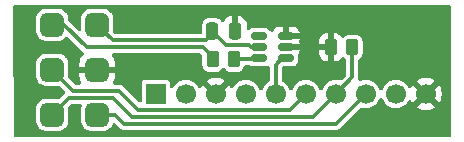
<source format=gbr>
G04 #@! TF.GenerationSoftware,KiCad,Pcbnew,9.0.2*
G04 #@! TF.CreationDate,2025-08-29T18:44:53+02:00*
G04 #@! TF.ProjectId,sio2flip,73696f32-666c-4697-902e-6b696361645f,rev?*
G04 #@! TF.SameCoordinates,Original*
G04 #@! TF.FileFunction,Copper,L1,Top*
G04 #@! TF.FilePolarity,Positive*
%FSLAX46Y46*%
G04 Gerber Fmt 4.6, Leading zero omitted, Abs format (unit mm)*
G04 Created by KiCad (PCBNEW 9.0.2) date 2025-08-29 18:44:53*
%MOMM*%
%LPD*%
G01*
G04 APERTURE LIST*
G04 Aperture macros list*
%AMRoundRect*
0 Rectangle with rounded corners*
0 $1 Rounding radius*
0 $2 $3 $4 $5 $6 $7 $8 $9 X,Y pos of 4 corners*
0 Add a 4 corners polygon primitive as box body*
4,1,4,$2,$3,$4,$5,$6,$7,$8,$9,$2,$3,0*
0 Add four circle primitives for the rounded corners*
1,1,$1+$1,$2,$3*
1,1,$1+$1,$4,$5*
1,1,$1+$1,$6,$7*
1,1,$1+$1,$8,$9*
0 Add four rect primitives between the rounded corners*
20,1,$1+$1,$2,$3,$4,$5,0*
20,1,$1+$1,$4,$5,$6,$7,0*
20,1,$1+$1,$6,$7,$8,$9,0*
20,1,$1+$1,$8,$9,$2,$3,0*%
G04 Aperture macros list end*
G04 #@! TA.AperFunction,SMDPad,CuDef*
%ADD10RoundRect,0.250000X-0.250000X-0.475000X0.250000X-0.475000X0.250000X0.475000X-0.250000X0.475000X0*%
G04 #@! TD*
G04 #@! TA.AperFunction,SMDPad,CuDef*
%ADD11RoundRect,0.500000X-0.500000X-0.500000X0.500000X-0.500000X0.500000X0.500000X-0.500000X0.500000X0*%
G04 #@! TD*
G04 #@! TA.AperFunction,SMDPad,CuDef*
%ADD12RoundRect,0.250000X0.262500X0.450000X-0.262500X0.450000X-0.262500X-0.450000X0.262500X-0.450000X0*%
G04 #@! TD*
G04 #@! TA.AperFunction,SMDPad,CuDef*
%ADD13RoundRect,0.250000X-0.262500X-0.450000X0.262500X-0.450000X0.262500X0.450000X-0.262500X0.450000X0*%
G04 #@! TD*
G04 #@! TA.AperFunction,SMDPad,CuDef*
%ADD14RoundRect,0.150000X0.512500X0.150000X-0.512500X0.150000X-0.512500X-0.150000X0.512500X-0.150000X0*%
G04 #@! TD*
G04 #@! TA.AperFunction,ComponentPad*
%ADD15R,1.700000X1.700000*%
G04 #@! TD*
G04 #@! TA.AperFunction,ComponentPad*
%ADD16C,1.700000*%
G04 #@! TD*
G04 #@! TA.AperFunction,ViaPad*
%ADD17C,0.600000*%
G04 #@! TD*
G04 #@! TA.AperFunction,Conductor*
%ADD18C,0.300000*%
G04 #@! TD*
G04 APERTURE END LIST*
D10*
X161914800Y-87630000D03*
X163814800Y-87630000D03*
D11*
X148336000Y-94742000D03*
X152146000Y-87122000D03*
X152146000Y-90932000D03*
D12*
X173759500Y-89027000D03*
X171934500Y-89027000D03*
D11*
X148336000Y-90932000D03*
X152146000Y-94742000D03*
D13*
X161925000Y-90043000D03*
X163750000Y-90043000D03*
D14*
X168142500Y-89977000D03*
X168142500Y-89027000D03*
X168142500Y-88077000D03*
X165867500Y-88077000D03*
X165867500Y-89027000D03*
X165867500Y-89977000D03*
D11*
X148336000Y-87122000D03*
D15*
X157124330Y-92978625D03*
D16*
X159664330Y-92978625D03*
X162204330Y-92978625D03*
X164744330Y-92978625D03*
X167284330Y-92978625D03*
X169824330Y-92978625D03*
X172364330Y-92978625D03*
X174904330Y-92978625D03*
X177444330Y-92978625D03*
X179984330Y-92978625D03*
D17*
X145923000Y-94869000D03*
X174752000Y-95377000D03*
X145796000Y-86360000D03*
X179705000Y-89789000D03*
X179959000Y-95377000D03*
X179832000Y-86106000D03*
X157988000Y-90170000D03*
X175006000Y-86106000D03*
X154686000Y-86106000D03*
X170434000Y-86106000D03*
X170434000Y-89027000D03*
X159639000Y-86106000D03*
X145796000Y-90932000D03*
D18*
X173759500Y-91583455D02*
X172364330Y-92978625D01*
X173759500Y-89027000D02*
X173759500Y-91583455D01*
X166954200Y-85979000D02*
X168142500Y-87167300D01*
X168142500Y-87167300D02*
X168142500Y-88077000D01*
X168142500Y-88077000D02*
X168142500Y-87889500D01*
X164211000Y-85979000D02*
X166954200Y-85979000D01*
X163814800Y-87630000D02*
X163814800Y-86375200D01*
X163814800Y-86375200D02*
X164211000Y-85979000D01*
X170434000Y-89027000D02*
X168142500Y-89027000D01*
X152146000Y-90932000D02*
X160147000Y-90932000D01*
X160147000Y-90932000D02*
X162193625Y-92978625D01*
X171934500Y-89027000D02*
X170434000Y-89027000D01*
X165205001Y-89027000D02*
X165867500Y-89027000D01*
X152433000Y-86835000D02*
X152146000Y-87122000D01*
X161914800Y-87630000D02*
X163090800Y-88806000D01*
X153451000Y-88427000D02*
X161356600Y-88427000D01*
X164984001Y-88806000D02*
X165205001Y-89027000D01*
X152146000Y-87122000D02*
X153451000Y-88427000D01*
X163090800Y-88806000D02*
X164984001Y-88806000D01*
X161914800Y-87868800D02*
X161914800Y-87630000D01*
X161356600Y-88427000D02*
X161914800Y-87868800D01*
X163750000Y-90043000D02*
X165801500Y-90043000D01*
X165801500Y-90043000D02*
X165867500Y-89977000D01*
X172378955Y-95504000D02*
X174904330Y-92978625D01*
X153649662Y-94742000D02*
X154411662Y-95504000D01*
X152146000Y-94742000D02*
X153649662Y-94742000D01*
X154411662Y-95504000D02*
X172378955Y-95504000D01*
X167833000Y-89977000D02*
X167284330Y-90525670D01*
X167284330Y-90525670D02*
X167284330Y-92978625D01*
X168142500Y-89977000D02*
X167833000Y-89977000D01*
X170438955Y-94904000D02*
X155102000Y-94904000D01*
X149787000Y-93291000D02*
X148336000Y-94742000D01*
X153489000Y-93291000D02*
X149787000Y-93291000D01*
X155102000Y-94904000D02*
X153489000Y-93291000D01*
X172364330Y-92978625D02*
X170438955Y-94904000D01*
X169824330Y-92978625D02*
X168498955Y-94304000D01*
X168498955Y-94304000D02*
X155616644Y-94304000D01*
X154003644Y-92691000D02*
X150095000Y-92691000D01*
X150095000Y-92691000D02*
X148336000Y-90932000D01*
X155616644Y-94304000D02*
X154003644Y-92691000D01*
X161925000Y-90043000D02*
X161925000Y-89839800D01*
X151256800Y-89042800D02*
X149336000Y-87122000D01*
X161128000Y-89042800D02*
X151256800Y-89042800D01*
X161925000Y-89839800D02*
X161128000Y-89042800D01*
X149336000Y-87122000D02*
X148336000Y-87122000D01*
G04 #@! TA.AperFunction,Conductor*
G36*
X182025000Y-85436053D02*
G01*
X182079538Y-85490591D01*
X182099500Y-85565091D01*
X182099500Y-96459842D01*
X182079538Y-96534342D01*
X182025000Y-96588880D01*
X181950500Y-96608842D01*
X145253749Y-96608842D01*
X145179249Y-96588880D01*
X145124711Y-96534342D01*
X145104755Y-96461149D01*
X145104744Y-96459842D01*
X145017798Y-86548046D01*
X146985500Y-86548046D01*
X146985500Y-87695954D01*
X146986585Y-87711966D01*
X146988316Y-87737493D01*
X147032963Y-87917021D01*
X147115156Y-88082751D01*
X147115158Y-88082753D01*
X147231060Y-88226940D01*
X147351601Y-88323835D01*
X147375248Y-88342843D01*
X147458113Y-88383939D01*
X147540979Y-88425037D01*
X147720505Y-88469683D01*
X147762046Y-88472500D01*
X147762054Y-88472500D01*
X148909946Y-88472500D01*
X148909954Y-88472500D01*
X148951495Y-88469683D01*
X149131021Y-88425037D01*
X149296753Y-88342842D01*
X149440940Y-88226940D01*
X149467093Y-88194404D01*
X149529325Y-88148846D01*
X149606001Y-88140507D01*
X149676574Y-88171623D01*
X149688583Y-88182397D01*
X150856300Y-89350114D01*
X150856299Y-89350114D01*
X150925517Y-89419331D01*
X150949486Y-89443300D01*
X150949487Y-89443301D01*
X150949489Y-89443302D01*
X150953641Y-89445699D01*
X150957034Y-89449092D01*
X150957240Y-89449250D01*
X150957219Y-89449277D01*
X151008180Y-89500236D01*
X151028143Y-89574736D01*
X151008182Y-89649236D01*
X150973305Y-89690213D01*
X150935249Y-89721244D01*
X150935247Y-89721246D01*
X150806721Y-89878870D01*
X150712558Y-90059135D01*
X150656610Y-90254666D01*
X150646000Y-90374001D01*
X150646000Y-90682000D01*
X153646000Y-90682000D01*
X153646000Y-90374001D01*
X153635389Y-90254666D01*
X153579441Y-90059135D01*
X153485278Y-89878870D01*
X153409927Y-89786460D01*
X153378318Y-89716106D01*
X153386121Y-89639374D01*
X153431244Y-89576823D01*
X153501598Y-89545214D01*
X153525404Y-89543300D01*
X160858968Y-89543300D01*
X160877916Y-89548377D01*
X160897531Y-89548377D01*
X160914518Y-89558184D01*
X160933468Y-89563262D01*
X160964326Y-89586940D01*
X161018358Y-89640971D01*
X161056923Y-89707766D01*
X161062000Y-89746331D01*
X161062000Y-90532356D01*
X161069213Y-90587144D01*
X161077456Y-90649762D01*
X161093850Y-90689341D01*
X161137963Y-90795840D01*
X161137964Y-90795841D01*
X161234218Y-90921282D01*
X161359659Y-91017536D01*
X161505738Y-91078044D01*
X161505741Y-91078044D01*
X161505743Y-91078045D01*
X161505740Y-91078045D01*
X161570197Y-91086530D01*
X161623139Y-91093500D01*
X162226860Y-91093499D01*
X162344262Y-91078044D01*
X162490341Y-91017536D01*
X162615782Y-90921282D01*
X162712036Y-90795841D01*
X162712036Y-90795840D01*
X162717981Y-90788093D01*
X162720483Y-90790013D01*
X162762982Y-90747503D01*
X162837479Y-90727530D01*
X162911982Y-90747482D01*
X162954521Y-90790009D01*
X162957019Y-90788093D01*
X162962963Y-90795840D01*
X162962964Y-90795841D01*
X163059218Y-90921282D01*
X163184659Y-91017536D01*
X163330738Y-91078044D01*
X163330741Y-91078044D01*
X163330743Y-91078045D01*
X163330740Y-91078045D01*
X163395197Y-91086530D01*
X163448139Y-91093500D01*
X164051860Y-91093499D01*
X164169262Y-91078044D01*
X164315341Y-91017536D01*
X164440782Y-90921282D01*
X164537036Y-90795841D01*
X164597544Y-90649762D01*
X164597544Y-90649760D01*
X164601281Y-90640739D01*
X164603511Y-90641662D01*
X164606232Y-90636950D01*
X164611310Y-90618000D01*
X164625179Y-90604130D01*
X164634986Y-90587144D01*
X164651975Y-90577334D01*
X164665848Y-90563462D01*
X164684794Y-90558385D01*
X164701780Y-90548578D01*
X164740348Y-90543500D01*
X165026614Y-90543500D01*
X165101114Y-90563462D01*
X165110136Y-90569413D01*
X165112666Y-90570793D01*
X165112669Y-90570796D01*
X165218486Y-90610263D01*
X165247517Y-90621091D01*
X165307114Y-90627499D01*
X165307118Y-90627499D01*
X165307127Y-90627500D01*
X166427872Y-90627499D01*
X166487483Y-90621091D01*
X166582763Y-90585553D01*
X166659539Y-90578223D01*
X166729697Y-90610263D01*
X166774436Y-90673090D01*
X166783830Y-90725160D01*
X166783830Y-91794981D01*
X166763868Y-91869481D01*
X166709330Y-91924019D01*
X166702477Y-91927740D01*
X166655130Y-91951865D01*
X166655129Y-91951866D01*
X166502266Y-92062928D01*
X166502255Y-92062937D01*
X166368642Y-92196550D01*
X166368633Y-92196561D01*
X166257571Y-92349424D01*
X166257568Y-92349429D01*
X166171788Y-92517782D01*
X166171785Y-92517788D01*
X166171783Y-92517793D01*
X166158026Y-92560134D01*
X166156037Y-92566254D01*
X166114030Y-92630939D01*
X166045308Y-92665954D01*
X165968286Y-92661917D01*
X165903601Y-92619910D01*
X165872623Y-92566254D01*
X165856877Y-92517793D01*
X165771090Y-92349426D01*
X165660020Y-92196552D01*
X165526403Y-92062935D01*
X165373529Y-91951865D01*
X165253623Y-91890770D01*
X165205172Y-91866083D01*
X165205171Y-91866082D01*
X165205162Y-91866078D01*
X165025448Y-91807685D01*
X164838811Y-91778125D01*
X164649849Y-91778125D01*
X164463212Y-91807685D01*
X164291882Y-91863354D01*
X164283498Y-91866078D01*
X164283493Y-91866080D01*
X164283487Y-91866083D01*
X164115134Y-91951863D01*
X164115129Y-91951866D01*
X163962266Y-92062928D01*
X163962255Y-92062937D01*
X163828642Y-92196550D01*
X163828633Y-92196561D01*
X163717571Y-92349424D01*
X163717570Y-92349425D01*
X163690982Y-92401606D01*
X163639372Y-92458922D01*
X163566018Y-92482755D01*
X163490576Y-92466718D01*
X163433260Y-92415108D01*
X163425463Y-92401604D01*
X163358951Y-92271069D01*
X163319600Y-92216907D01*
X162687292Y-92849214D01*
X162670255Y-92785632D01*
X162604429Y-92671618D01*
X162511337Y-92578526D01*
X162397323Y-92512700D01*
X162333737Y-92495662D01*
X162966046Y-91863354D01*
X162966046Y-91863353D01*
X162911885Y-91824003D01*
X162911885Y-91824002D01*
X162722550Y-91727531D01*
X162520458Y-91661867D01*
X162310572Y-91628625D01*
X162098088Y-91628625D01*
X161888201Y-91661867D01*
X161686109Y-91727531D01*
X161496774Y-91824003D01*
X161442612Y-91863353D01*
X161442612Y-91863354D01*
X162074920Y-92495662D01*
X162011337Y-92512700D01*
X161897323Y-92578526D01*
X161804231Y-92671618D01*
X161738405Y-92785632D01*
X161721367Y-92849215D01*
X161089059Y-92216907D01*
X161089058Y-92216907D01*
X161049706Y-92271071D01*
X160983195Y-92401605D01*
X160931586Y-92458922D01*
X160858233Y-92482755D01*
X160782790Y-92466718D01*
X160725473Y-92415109D01*
X160717676Y-92401604D01*
X160716019Y-92398352D01*
X160691090Y-92349426D01*
X160580020Y-92196552D01*
X160446403Y-92062935D01*
X160397260Y-92027230D01*
X160293531Y-91951866D01*
X160293525Y-91951863D01*
X160125172Y-91866083D01*
X160125171Y-91866082D01*
X160125162Y-91866078D01*
X159945448Y-91807685D01*
X159758811Y-91778125D01*
X159569849Y-91778125D01*
X159383212Y-91807685D01*
X159211882Y-91863354D01*
X159203498Y-91866078D01*
X159203493Y-91866080D01*
X159203487Y-91866083D01*
X159035134Y-91951863D01*
X159035129Y-91951866D01*
X158882266Y-92062928D01*
X158882255Y-92062937D01*
X158748642Y-92196550D01*
X158748633Y-92196561D01*
X158637571Y-92349424D01*
X158606590Y-92410228D01*
X158554981Y-92467545D01*
X158481628Y-92491379D01*
X158406185Y-92475343D01*
X158348868Y-92423734D01*
X158325034Y-92350381D01*
X158324830Y-92342583D01*
X158324830Y-92095366D01*
X158324829Y-92095356D01*
X158314903Y-92027231D01*
X158314903Y-92027230D01*
X158263529Y-91922143D01*
X158180811Y-91839425D01*
X158075724Y-91788051D01*
X158007598Y-91778125D01*
X158007590Y-91778125D01*
X156241070Y-91778125D01*
X156241061Y-91778125D01*
X156172936Y-91788051D01*
X156172935Y-91788051D01*
X156067848Y-91839425D01*
X155985130Y-91922143D01*
X155933756Y-92027230D01*
X155933756Y-92027231D01*
X155923830Y-92095356D01*
X155923830Y-93543654D01*
X155903868Y-93618154D01*
X155849330Y-93672692D01*
X155774830Y-93692654D01*
X155700330Y-93672692D01*
X155669471Y-93649013D01*
X154999082Y-92978624D01*
X154310958Y-92290500D01*
X154310955Y-92290498D01*
X154310954Y-92290497D01*
X154240158Y-92249623D01*
X154196830Y-92224608D01*
X154069536Y-92190500D01*
X153623936Y-92190500D01*
X153549436Y-92170538D01*
X153494898Y-92116000D01*
X153474936Y-92041500D01*
X153491868Y-91972513D01*
X153579441Y-91804861D01*
X153635389Y-91609333D01*
X153646000Y-91489998D01*
X153646000Y-91182000D01*
X150646000Y-91182000D01*
X150646000Y-91489998D01*
X150656610Y-91609333D01*
X150712558Y-91804861D01*
X150800132Y-91972513D01*
X150816931Y-92047790D01*
X150793842Y-92121381D01*
X150737051Y-92173568D01*
X150668064Y-92190500D01*
X150364032Y-92190500D01*
X150289532Y-92170538D01*
X150258673Y-92146859D01*
X149729993Y-91618179D01*
X149691429Y-91551384D01*
X149686521Y-91508476D01*
X149686500Y-91508476D01*
X149686500Y-91508289D01*
X149686438Y-91507747D01*
X149686498Y-91505981D01*
X149686500Y-91505954D01*
X149686500Y-90358046D01*
X149683683Y-90316505D01*
X149639037Y-90136979D01*
X149571864Y-90001536D01*
X149556843Y-89971248D01*
X149503816Y-89905281D01*
X149440940Y-89827060D01*
X149309303Y-89721246D01*
X149296751Y-89711156D01*
X149131021Y-89628963D01*
X148951493Y-89584316D01*
X148925966Y-89582585D01*
X148909954Y-89581500D01*
X147762046Y-89581500D01*
X147746769Y-89582535D01*
X147720506Y-89584316D01*
X147540978Y-89628963D01*
X147375248Y-89711156D01*
X147231060Y-89827060D01*
X147115156Y-89971248D01*
X147032963Y-90136978D01*
X146988316Y-90316506D01*
X146986450Y-90344034D01*
X146985500Y-90358046D01*
X146985500Y-91505954D01*
X146985671Y-91508476D01*
X146988316Y-91547493D01*
X147032963Y-91727021D01*
X147115156Y-91892751D01*
X147143282Y-91927740D01*
X147231060Y-92036940D01*
X147329414Y-92116000D01*
X147375248Y-92152843D01*
X147417037Y-92173568D01*
X147540979Y-92235037D01*
X147720505Y-92279683D01*
X147762046Y-92282500D01*
X147762054Y-92282500D01*
X148909927Y-92282500D01*
X148909954Y-92282500D01*
X148909981Y-92282498D01*
X148911747Y-92282438D01*
X148912015Y-92282500D01*
X148912476Y-92282500D01*
X148912476Y-92282606D01*
X148986883Y-92299852D01*
X149022179Y-92325993D01*
X149427827Y-92731641D01*
X149466391Y-92798436D01*
X149466391Y-92875564D01*
X149427827Y-92942359D01*
X149022178Y-93348006D01*
X148955383Y-93386570D01*
X148912476Y-93391482D01*
X148912476Y-93391500D01*
X148912321Y-93391500D01*
X148911779Y-93391562D01*
X148909960Y-93391500D01*
X148909954Y-93391500D01*
X147762046Y-93391500D01*
X147746769Y-93392535D01*
X147720506Y-93394316D01*
X147540978Y-93438963D01*
X147375248Y-93521156D01*
X147231060Y-93637060D01*
X147115156Y-93781248D01*
X147032963Y-93946978D01*
X146988316Y-94126506D01*
X146986753Y-94149564D01*
X146985500Y-94168046D01*
X146985500Y-95315954D01*
X146986585Y-95331966D01*
X146988316Y-95357493D01*
X147032963Y-95537021D01*
X147115156Y-95702751D01*
X147115158Y-95702753D01*
X147231060Y-95846940D01*
X147302670Y-95904502D01*
X147375248Y-95962843D01*
X147458113Y-96003939D01*
X147540979Y-96045037D01*
X147720505Y-96089683D01*
X147762046Y-96092500D01*
X147762054Y-96092500D01*
X148909946Y-96092500D01*
X148909954Y-96092500D01*
X148951495Y-96089683D01*
X149131021Y-96045037D01*
X149296753Y-95962842D01*
X149440940Y-95846940D01*
X149556842Y-95702753D01*
X149639037Y-95537021D01*
X149683683Y-95357495D01*
X149686500Y-95315954D01*
X149686500Y-94168046D01*
X149686498Y-94168022D01*
X149686438Y-94166249D01*
X149686500Y-94165981D01*
X149686500Y-94165524D01*
X149686606Y-94165524D01*
X149703853Y-94091113D01*
X149729994Y-94055819D01*
X149950674Y-93835141D01*
X150017469Y-93796577D01*
X150056032Y-93791500D01*
X150691036Y-93791500D01*
X150765536Y-93811462D01*
X150820074Y-93866000D01*
X150840036Y-93940500D01*
X150835632Y-93976459D01*
X150798316Y-94126506D01*
X150796753Y-94149564D01*
X150795500Y-94168046D01*
X150795500Y-95315954D01*
X150796585Y-95331966D01*
X150798316Y-95357493D01*
X150842963Y-95537021D01*
X150925156Y-95702751D01*
X150925158Y-95702753D01*
X151041060Y-95846940D01*
X151112670Y-95904502D01*
X151185248Y-95962843D01*
X151268113Y-96003939D01*
X151350979Y-96045037D01*
X151530505Y-96089683D01*
X151572046Y-96092500D01*
X151572054Y-96092500D01*
X152719946Y-96092500D01*
X152719954Y-96092500D01*
X152761495Y-96089683D01*
X152941021Y-96045037D01*
X153106753Y-95962842D01*
X153250940Y-95846940D01*
X153366842Y-95702753D01*
X153366842Y-95702751D01*
X153366844Y-95702750D01*
X153452296Y-95530450D01*
X153503280Y-95472576D01*
X153576370Y-95447948D01*
X153651982Y-95463166D01*
X153691140Y-95491292D01*
X154011162Y-95811314D01*
X154011161Y-95811314D01*
X154104345Y-95904497D01*
X154104348Y-95904500D01*
X154218476Y-95970392D01*
X154345770Y-96004500D01*
X172444847Y-96004500D01*
X172572141Y-95970392D01*
X172686269Y-95904500D01*
X174421276Y-94169491D01*
X174488069Y-94130929D01*
X174565197Y-94130929D01*
X174572677Y-94133145D01*
X174623212Y-94149565D01*
X174809849Y-94179125D01*
X174809854Y-94179125D01*
X174998806Y-94179125D01*
X174998811Y-94179125D01*
X175185448Y-94149565D01*
X175365162Y-94091172D01*
X175533529Y-94005385D01*
X175686403Y-93894315D01*
X175820020Y-93760698D01*
X175931090Y-93607824D01*
X176016877Y-93439457D01*
X176032623Y-93390995D01*
X176074629Y-93326311D01*
X176143351Y-93291295D01*
X176220373Y-93295332D01*
X176285058Y-93337338D01*
X176316037Y-93390996D01*
X176331779Y-93439447D01*
X176331781Y-93439453D01*
X176331783Y-93439457D01*
X176417570Y-93607824D01*
X176528640Y-93760698D01*
X176662257Y-93894315D01*
X176815131Y-94005385D01*
X176983498Y-94091172D01*
X177163212Y-94149565D01*
X177349849Y-94179125D01*
X177349854Y-94179125D01*
X177538806Y-94179125D01*
X177538811Y-94179125D01*
X177725448Y-94149565D01*
X177905162Y-94091172D01*
X178073529Y-94005385D01*
X178226403Y-93894315D01*
X178360020Y-93760698D01*
X178471090Y-93607824D01*
X178497676Y-93555646D01*
X178549284Y-93498328D01*
X178622638Y-93474494D01*
X178698080Y-93490530D01*
X178755398Y-93542138D01*
X178763196Y-93555645D01*
X178829708Y-93686180D01*
X178869058Y-93740341D01*
X178869059Y-93740341D01*
X179501367Y-93108033D01*
X179518405Y-93171618D01*
X179584231Y-93285632D01*
X179677323Y-93378724D01*
X179791337Y-93444550D01*
X179854920Y-93461587D01*
X179222612Y-94093895D01*
X179276774Y-94133246D01*
X179276774Y-94133247D01*
X179466109Y-94229718D01*
X179668201Y-94295382D01*
X179878088Y-94328625D01*
X180090572Y-94328625D01*
X180300458Y-94295382D01*
X180502550Y-94229718D01*
X180691885Y-94133247D01*
X180691887Y-94133245D01*
X180746046Y-94093895D01*
X180746046Y-94093894D01*
X180113739Y-93461587D01*
X180177323Y-93444550D01*
X180291337Y-93378724D01*
X180384429Y-93285632D01*
X180450255Y-93171618D01*
X180467292Y-93108034D01*
X181099599Y-93740341D01*
X181099600Y-93740341D01*
X181138950Y-93686182D01*
X181138952Y-93686180D01*
X181235423Y-93496845D01*
X181301087Y-93294753D01*
X181334330Y-93084867D01*
X181334330Y-92872382D01*
X181301087Y-92662496D01*
X181235423Y-92460404D01*
X181138951Y-92271069D01*
X181099600Y-92216907D01*
X180467292Y-92849214D01*
X180450255Y-92785632D01*
X180384429Y-92671618D01*
X180291337Y-92578526D01*
X180177323Y-92512700D01*
X180113737Y-92495662D01*
X180746046Y-91863354D01*
X180746046Y-91863353D01*
X180691885Y-91824003D01*
X180691885Y-91824002D01*
X180502550Y-91727531D01*
X180300458Y-91661867D01*
X180090572Y-91628625D01*
X179878088Y-91628625D01*
X179668201Y-91661867D01*
X179466109Y-91727531D01*
X179276774Y-91824003D01*
X179222612Y-91863353D01*
X179222612Y-91863354D01*
X179854920Y-92495662D01*
X179791337Y-92512700D01*
X179677323Y-92578526D01*
X179584231Y-92671618D01*
X179518405Y-92785632D01*
X179501367Y-92849215D01*
X178869059Y-92216907D01*
X178869058Y-92216907D01*
X178829706Y-92271071D01*
X178763195Y-92401605D01*
X178711586Y-92458922D01*
X178638233Y-92482755D01*
X178562790Y-92466718D01*
X178505473Y-92415109D01*
X178497676Y-92401604D01*
X178496019Y-92398352D01*
X178471090Y-92349426D01*
X178360020Y-92196552D01*
X178226403Y-92062935D01*
X178177260Y-92027230D01*
X178073531Y-91951866D01*
X178073525Y-91951863D01*
X177905172Y-91866083D01*
X177905171Y-91866082D01*
X177905162Y-91866078D01*
X177725448Y-91807685D01*
X177538811Y-91778125D01*
X177349849Y-91778125D01*
X177163212Y-91807685D01*
X176991882Y-91863354D01*
X176983498Y-91866078D01*
X176983493Y-91866080D01*
X176983487Y-91866083D01*
X176815134Y-91951863D01*
X176815129Y-91951866D01*
X176662266Y-92062928D01*
X176662255Y-92062937D01*
X176528642Y-92196550D01*
X176528633Y-92196561D01*
X176417571Y-92349424D01*
X176417568Y-92349429D01*
X176331788Y-92517782D01*
X176331785Y-92517788D01*
X176331783Y-92517793D01*
X176318026Y-92560134D01*
X176316037Y-92566254D01*
X176274030Y-92630939D01*
X176205308Y-92665954D01*
X176128286Y-92661917D01*
X176063601Y-92619910D01*
X176032623Y-92566254D01*
X176016877Y-92517793D01*
X175931090Y-92349426D01*
X175820020Y-92196552D01*
X175686403Y-92062935D01*
X175533529Y-91951865D01*
X175413623Y-91890770D01*
X175365172Y-91866083D01*
X175365171Y-91866082D01*
X175365162Y-91866078D01*
X175185448Y-91807685D01*
X174998811Y-91778125D01*
X174809849Y-91778125D01*
X174654318Y-91802758D01*
X174623211Y-91807685D01*
X174623209Y-91807685D01*
X174439882Y-91867252D01*
X174362860Y-91871289D01*
X174294138Y-91836273D01*
X174252132Y-91771588D01*
X174248095Y-91694566D01*
X174249917Y-91686979D01*
X174259999Y-91649353D01*
X174260000Y-91649347D01*
X174260000Y-90124768D01*
X174279962Y-90050268D01*
X174318295Y-90006558D01*
X174324838Y-90001537D01*
X174324841Y-90001536D01*
X174450282Y-89905282D01*
X174546536Y-89779841D01*
X174607044Y-89633762D01*
X174607580Y-89629696D01*
X174622499Y-89516366D01*
X174622500Y-89516361D01*
X174622499Y-88537640D01*
X174607044Y-88420238D01*
X174546536Y-88274159D01*
X174450282Y-88148718D01*
X174336353Y-88061297D01*
X174324840Y-88052463D01*
X174204217Y-88002500D01*
X174178762Y-87991956D01*
X174178760Y-87991955D01*
X174178756Y-87991954D01*
X174178759Y-87991954D01*
X174061363Y-87976500D01*
X173457643Y-87976500D01*
X173340238Y-87991956D01*
X173194159Y-88052463D01*
X173068718Y-88148717D01*
X173068717Y-88148718D01*
X173059087Y-88161268D01*
X172997895Y-88208218D01*
X172921426Y-88218281D01*
X172850170Y-88188763D01*
X172814063Y-88148777D01*
X172789318Y-88108658D01*
X172665340Y-87984680D01*
X172516121Y-87892642D01*
X172349697Y-87837494D01*
X172349688Y-87837492D01*
X172246989Y-87827000D01*
X172184500Y-87827000D01*
X172184500Y-90226999D01*
X172246974Y-90226999D01*
X172349696Y-90216505D01*
X172516121Y-90161357D01*
X172665340Y-90069319D01*
X172789319Y-89945340D01*
X172789322Y-89945336D01*
X172814063Y-89905224D01*
X172870162Y-89852294D01*
X172945211Y-89834505D01*
X173019099Y-89856624D01*
X173036425Y-89869108D01*
X173049067Y-89879672D01*
X173068718Y-89905282D01*
X173194159Y-90001536D01*
X173195620Y-90002141D01*
X173205544Y-90010434D01*
X173225998Y-90039520D01*
X173247658Y-90067747D01*
X173248371Y-90071335D01*
X173249911Y-90073524D01*
X173250814Y-90083615D01*
X173259000Y-90124768D01*
X173259000Y-91314422D01*
X173239038Y-91388922D01*
X173215359Y-91419781D01*
X172847383Y-91787756D01*
X172780588Y-91826320D01*
X172703460Y-91826320D01*
X172695980Y-91824104D01*
X172695666Y-91824002D01*
X172645448Y-91807685D01*
X172458811Y-91778125D01*
X172269849Y-91778125D01*
X172083212Y-91807685D01*
X171911882Y-91863354D01*
X171903498Y-91866078D01*
X171903493Y-91866080D01*
X171903487Y-91866083D01*
X171735134Y-91951863D01*
X171735129Y-91951866D01*
X171582266Y-92062928D01*
X171582255Y-92062937D01*
X171448642Y-92196550D01*
X171448633Y-92196561D01*
X171337571Y-92349424D01*
X171337568Y-92349429D01*
X171251788Y-92517782D01*
X171251785Y-92517788D01*
X171251783Y-92517793D01*
X171238026Y-92560134D01*
X171236037Y-92566254D01*
X171194030Y-92630939D01*
X171125308Y-92665954D01*
X171048286Y-92661917D01*
X170983601Y-92619910D01*
X170952623Y-92566254D01*
X170936877Y-92517793D01*
X170851090Y-92349426D01*
X170740020Y-92196552D01*
X170606403Y-92062935D01*
X170453529Y-91951865D01*
X170333623Y-91890770D01*
X170285172Y-91866083D01*
X170285171Y-91866082D01*
X170285162Y-91866078D01*
X170105448Y-91807685D01*
X169918811Y-91778125D01*
X169729849Y-91778125D01*
X169543212Y-91807685D01*
X169371882Y-91863354D01*
X169363498Y-91866078D01*
X169363493Y-91866080D01*
X169363487Y-91866083D01*
X169195134Y-91951863D01*
X169195129Y-91951866D01*
X169042266Y-92062928D01*
X169042255Y-92062937D01*
X168908642Y-92196550D01*
X168908633Y-92196561D01*
X168797571Y-92349424D01*
X168797568Y-92349429D01*
X168711788Y-92517782D01*
X168711785Y-92517788D01*
X168711783Y-92517793D01*
X168698026Y-92560134D01*
X168696037Y-92566254D01*
X168654030Y-92630939D01*
X168585308Y-92665954D01*
X168508286Y-92661917D01*
X168443601Y-92619910D01*
X168412623Y-92566254D01*
X168396877Y-92517793D01*
X168311090Y-92349426D01*
X168200020Y-92196552D01*
X168066403Y-92062935D01*
X167913529Y-91951865D01*
X167913525Y-91951863D01*
X167866183Y-91927740D01*
X167808866Y-91876130D01*
X167785034Y-91802776D01*
X167784830Y-91794981D01*
X167784830Y-90794700D01*
X167789907Y-90775752D01*
X167789907Y-90756136D01*
X167799714Y-90739148D01*
X167804792Y-90720200D01*
X167828465Y-90689347D01*
X167846675Y-90671138D01*
X167913467Y-90632576D01*
X167952031Y-90627499D01*
X168702864Y-90627499D01*
X168702872Y-90627499D01*
X168762483Y-90621091D01*
X168879802Y-90577334D01*
X168897329Y-90570797D01*
X168897333Y-90570795D01*
X168954938Y-90527671D01*
X169012546Y-90484546D01*
X169098796Y-90369331D01*
X169103003Y-90358053D01*
X169149091Y-90234482D01*
X169155499Y-90174885D01*
X169155499Y-90174882D01*
X169155500Y-90174873D01*
X169155499Y-89779128D01*
X169149091Y-89719517D01*
X169149088Y-89719510D01*
X169146947Y-89710445D01*
X169149048Y-89709948D01*
X169142929Y-89645881D01*
X169168701Y-89587093D01*
X169167910Y-89586625D01*
X169171764Y-89580108D01*
X169172135Y-89579262D01*
X169172679Y-89578559D01*
X169203187Y-89526973D01*
X170922001Y-89526973D01*
X170932494Y-89629696D01*
X170987642Y-89796121D01*
X171079680Y-89945340D01*
X171203659Y-90069319D01*
X171352878Y-90161357D01*
X171519302Y-90216505D01*
X171519311Y-90216507D01*
X171622016Y-90226999D01*
X171684500Y-90226998D01*
X171684500Y-89277000D01*
X170922001Y-89277000D01*
X170922001Y-89526973D01*
X169203187Y-89526973D01*
X169256281Y-89437197D01*
X169256281Y-89437196D01*
X169302100Y-89279488D01*
X169302296Y-89277000D01*
X168291500Y-89277000D01*
X168217000Y-89257038D01*
X168162462Y-89202500D01*
X168142500Y-89128000D01*
X168142500Y-88926000D01*
X168162462Y-88851500D01*
X168217000Y-88796962D01*
X168291500Y-88777000D01*
X169302296Y-88777000D01*
X169302296Y-88776999D01*
X169302100Y-88774511D01*
X169256280Y-88616799D01*
X169253847Y-88611176D01*
X169251309Y-88593994D01*
X169243927Y-88578275D01*
X169246154Y-88559086D01*
X169242579Y-88534875D01*
X169244427Y-88527010D01*
X170922000Y-88527010D01*
X170922000Y-88777000D01*
X171684500Y-88777000D01*
X171684500Y-87827000D01*
X171684499Y-87826999D01*
X171622026Y-87827000D01*
X171519303Y-87837494D01*
X171352878Y-87892642D01*
X171203659Y-87984680D01*
X171079680Y-88108659D01*
X170987642Y-88257878D01*
X170932494Y-88424302D01*
X170932492Y-88424311D01*
X170922000Y-88527010D01*
X169244427Y-88527010D01*
X169250439Y-88501423D01*
X169259210Y-88477117D01*
X169302100Y-88329488D01*
X169302296Y-88327000D01*
X168291500Y-88327000D01*
X168217000Y-88307038D01*
X168162462Y-88252500D01*
X168142500Y-88178000D01*
X168142500Y-88077000D01*
X168041500Y-88077000D01*
X167967000Y-88057038D01*
X167912462Y-88002500D01*
X167892500Y-87928000D01*
X167892500Y-87827000D01*
X168392500Y-87827000D01*
X169302296Y-87827000D01*
X169302296Y-87826999D01*
X169302100Y-87824511D01*
X169256281Y-87666803D01*
X169256281Y-87666802D01*
X169172683Y-87525445D01*
X169172681Y-87525442D01*
X169056557Y-87409318D01*
X169056554Y-87409316D01*
X168915197Y-87325718D01*
X168757493Y-87279900D01*
X168757494Y-87279900D01*
X168720634Y-87277000D01*
X168392500Y-87277000D01*
X168392500Y-87827000D01*
X167892500Y-87827000D01*
X167892500Y-87277000D01*
X167564365Y-87277000D01*
X167527506Y-87279900D01*
X167369803Y-87325718D01*
X167369802Y-87325718D01*
X167228445Y-87409316D01*
X167228442Y-87409318D01*
X167112318Y-87525442D01*
X167112316Y-87525445D01*
X167046063Y-87637474D01*
X166990957Y-87691438D01*
X166916252Y-87710619D01*
X166841965Y-87689878D01*
X166798532Y-87650920D01*
X166737547Y-87569455D01*
X166737544Y-87569452D01*
X166622333Y-87483204D01*
X166622329Y-87483202D01*
X166487482Y-87432908D01*
X166427876Y-87426500D01*
X165307136Y-87426500D01*
X165307111Y-87426502D01*
X165247521Y-87432908D01*
X165247515Y-87432909D01*
X165112670Y-87483202D01*
X165112667Y-87483204D01*
X165053091Y-87527803D01*
X164981488Y-87556468D01*
X164905145Y-87545492D01*
X164844518Y-87497814D01*
X164815853Y-87426211D01*
X164814799Y-87408522D01*
X164814799Y-87105026D01*
X164804305Y-87002303D01*
X164749157Y-86835878D01*
X164657119Y-86686659D01*
X164533140Y-86562680D01*
X164383921Y-86470642D01*
X164217497Y-86415494D01*
X164217488Y-86415492D01*
X164114789Y-86405000D01*
X164064800Y-86405000D01*
X164064800Y-87481000D01*
X164044838Y-87555500D01*
X163990300Y-87610038D01*
X163915800Y-87630000D01*
X163713800Y-87630000D01*
X163639300Y-87610038D01*
X163584762Y-87555500D01*
X163564800Y-87481000D01*
X163564800Y-86405000D01*
X163514825Y-86405000D01*
X163412103Y-86415494D01*
X163245678Y-86470642D01*
X163096459Y-86562680D01*
X162972480Y-86686659D01*
X162972475Y-86686665D01*
X162903171Y-86799026D01*
X162847071Y-86851955D01*
X162772022Y-86869742D01*
X162698134Y-86847621D01*
X162658145Y-86811510D01*
X162593082Y-86726718D01*
X162593081Y-86726717D01*
X162467640Y-86630463D01*
X162387744Y-86597369D01*
X162321562Y-86569956D01*
X162321560Y-86569955D01*
X162321556Y-86569954D01*
X162321559Y-86569954D01*
X162204163Y-86554500D01*
X161625443Y-86554500D01*
X161508038Y-86569956D01*
X161361959Y-86630463D01*
X161236518Y-86726717D01*
X161236517Y-86726718D01*
X161140263Y-86852159D01*
X161079754Y-86998242D01*
X161064300Y-87115633D01*
X161064300Y-87115638D01*
X161064300Y-87115639D01*
X161064300Y-87513968D01*
X161064301Y-87777500D01*
X161044339Y-87852000D01*
X160989801Y-87906538D01*
X160915301Y-87926500D01*
X153720032Y-87926500D01*
X153701084Y-87921423D01*
X153681468Y-87921423D01*
X153664480Y-87911615D01*
X153645532Y-87906538D01*
X153614673Y-87882859D01*
X153539993Y-87808179D01*
X153501429Y-87741384D01*
X153496521Y-87698476D01*
X153496500Y-87698476D01*
X153496500Y-87698289D01*
X153496438Y-87697747D01*
X153496498Y-87695981D01*
X153496500Y-87695954D01*
X153496500Y-86548046D01*
X153493683Y-86506505D01*
X153449037Y-86326979D01*
X153407939Y-86244113D01*
X153366843Y-86161248D01*
X153347835Y-86137601D01*
X153250940Y-86017060D01*
X153106753Y-85901158D01*
X153106754Y-85901158D01*
X153106751Y-85901156D01*
X152941021Y-85818963D01*
X152761493Y-85774316D01*
X152735966Y-85772585D01*
X152719954Y-85771500D01*
X151572046Y-85771500D01*
X151556769Y-85772535D01*
X151530506Y-85774316D01*
X151350978Y-85818963D01*
X151185248Y-85901156D01*
X151041060Y-86017060D01*
X150925156Y-86161248D01*
X150842963Y-86326978D01*
X150798316Y-86506506D01*
X150795500Y-86548053D01*
X150795500Y-87513968D01*
X150775538Y-87588468D01*
X150721000Y-87643006D01*
X150646500Y-87662968D01*
X150572000Y-87643006D01*
X150541141Y-87619327D01*
X149730141Y-86808327D01*
X149691577Y-86741532D01*
X149686500Y-86702968D01*
X149686500Y-86548053D01*
X149683683Y-86506506D01*
X149674764Y-86470642D01*
X149639037Y-86326979D01*
X149597939Y-86244113D01*
X149556843Y-86161248D01*
X149537835Y-86137601D01*
X149440940Y-86017060D01*
X149296753Y-85901158D01*
X149296754Y-85901158D01*
X149296751Y-85901156D01*
X149131021Y-85818963D01*
X148951493Y-85774316D01*
X148925966Y-85772585D01*
X148909954Y-85771500D01*
X147762046Y-85771500D01*
X147746769Y-85772535D01*
X147720506Y-85774316D01*
X147540978Y-85818963D01*
X147375248Y-85901156D01*
X147231060Y-86017060D01*
X147115156Y-86161248D01*
X147032963Y-86326978D01*
X146988316Y-86506506D01*
X146986450Y-86534034D01*
X146985500Y-86548046D01*
X145017798Y-86548046D01*
X145009187Y-85566395D01*
X145028495Y-85491726D01*
X145082552Y-85436712D01*
X145156874Y-85416097D01*
X145158181Y-85416091D01*
X181950500Y-85416091D01*
X182025000Y-85436053D01*
G37*
G04 #@! TD.AperFunction*
M02*

</source>
